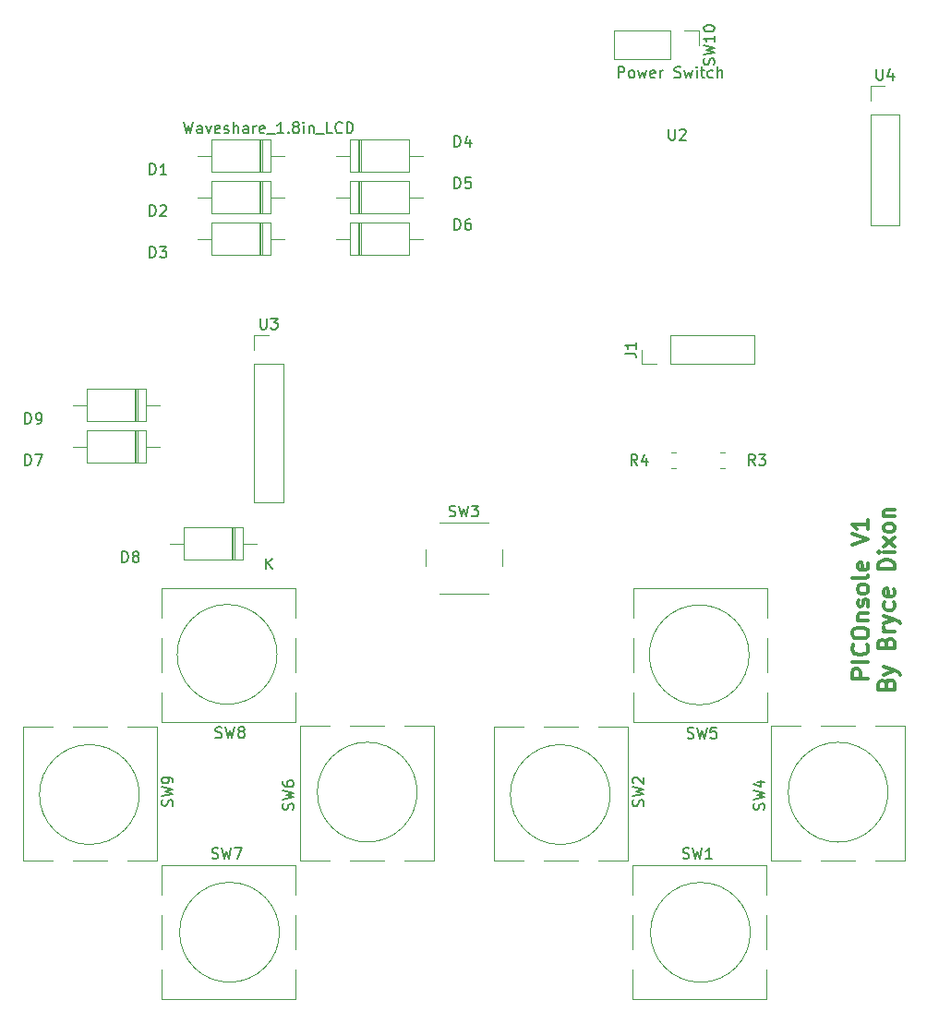
<source format=gbr>
%TF.GenerationSoftware,KiCad,Pcbnew,6.0.2+dfsg-1*%
%TF.CreationDate,2023-03-22T01:16:49-07:00*%
%TF.ProjectId,PICOnsole,5049434f-6e73-46f6-9c65-2e6b69636164,rev?*%
%TF.SameCoordinates,Original*%
%TF.FileFunction,Legend,Top*%
%TF.FilePolarity,Positive*%
%FSLAX46Y46*%
G04 Gerber Fmt 4.6, Leading zero omitted, Abs format (unit mm)*
G04 Created by KiCad (PCBNEW 6.0.2+dfsg-1) date 2023-03-22 01:16:49*
%MOMM*%
%LPD*%
G01*
G04 APERTURE LIST*
%ADD10C,0.300000*%
%ADD11C,0.150000*%
%ADD12C,0.120000*%
G04 APERTURE END LIST*
D10*
X92943071Y-73254285D02*
X91443071Y-73254285D01*
X91443071Y-72682857D01*
X91514500Y-72540000D01*
X91585928Y-72468571D01*
X91728785Y-72397142D01*
X91943071Y-72397142D01*
X92085928Y-72468571D01*
X92157357Y-72540000D01*
X92228785Y-72682857D01*
X92228785Y-73254285D01*
X92943071Y-71754285D02*
X91443071Y-71754285D01*
X92800214Y-70182857D02*
X92871642Y-70254285D01*
X92943071Y-70468571D01*
X92943071Y-70611428D01*
X92871642Y-70825714D01*
X92728785Y-70968571D01*
X92585928Y-71040000D01*
X92300214Y-71111428D01*
X92085928Y-71111428D01*
X91800214Y-71040000D01*
X91657357Y-70968571D01*
X91514500Y-70825714D01*
X91443071Y-70611428D01*
X91443071Y-70468571D01*
X91514500Y-70254285D01*
X91585928Y-70182857D01*
X91443071Y-69254285D02*
X91443071Y-68968571D01*
X91514500Y-68825714D01*
X91657357Y-68682857D01*
X91943071Y-68611428D01*
X92443071Y-68611428D01*
X92728785Y-68682857D01*
X92871642Y-68825714D01*
X92943071Y-68968571D01*
X92943071Y-69254285D01*
X92871642Y-69397142D01*
X92728785Y-69540000D01*
X92443071Y-69611428D01*
X91943071Y-69611428D01*
X91657357Y-69540000D01*
X91514500Y-69397142D01*
X91443071Y-69254285D01*
X91943071Y-67968571D02*
X92943071Y-67968571D01*
X92085928Y-67968571D02*
X92014500Y-67897142D01*
X91943071Y-67754285D01*
X91943071Y-67540000D01*
X92014500Y-67397142D01*
X92157357Y-67325714D01*
X92943071Y-67325714D01*
X92871642Y-66682857D02*
X92943071Y-66540000D01*
X92943071Y-66254285D01*
X92871642Y-66111428D01*
X92728785Y-66040000D01*
X92657357Y-66040000D01*
X92514500Y-66111428D01*
X92443071Y-66254285D01*
X92443071Y-66468571D01*
X92371642Y-66611428D01*
X92228785Y-66682857D01*
X92157357Y-66682857D01*
X92014500Y-66611428D01*
X91943071Y-66468571D01*
X91943071Y-66254285D01*
X92014500Y-66111428D01*
X92943071Y-65182857D02*
X92871642Y-65325714D01*
X92800214Y-65397142D01*
X92657357Y-65468571D01*
X92228785Y-65468571D01*
X92085928Y-65397142D01*
X92014500Y-65325714D01*
X91943071Y-65182857D01*
X91943071Y-64968571D01*
X92014500Y-64825714D01*
X92085928Y-64754285D01*
X92228785Y-64682857D01*
X92657357Y-64682857D01*
X92800214Y-64754285D01*
X92871642Y-64825714D01*
X92943071Y-64968571D01*
X92943071Y-65182857D01*
X92943071Y-63825714D02*
X92871642Y-63968571D01*
X92728785Y-64040000D01*
X91443071Y-64040000D01*
X92871642Y-62682857D02*
X92943071Y-62825714D01*
X92943071Y-63111428D01*
X92871642Y-63254285D01*
X92728785Y-63325714D01*
X92157357Y-63325714D01*
X92014500Y-63254285D01*
X91943071Y-63111428D01*
X91943071Y-62825714D01*
X92014500Y-62682857D01*
X92157357Y-62611428D01*
X92300214Y-62611428D01*
X92443071Y-63325714D01*
X91443071Y-61040000D02*
X92943071Y-60540000D01*
X91443071Y-60040000D01*
X92943071Y-58754285D02*
X92943071Y-59611428D01*
X92943071Y-59182857D02*
X91443071Y-59182857D01*
X91657357Y-59325714D01*
X91800214Y-59468571D01*
X91871642Y-59611428D01*
X94572357Y-73790000D02*
X94643785Y-73575714D01*
X94715214Y-73504285D01*
X94858071Y-73432857D01*
X95072357Y-73432857D01*
X95215214Y-73504285D01*
X95286642Y-73575714D01*
X95358071Y-73718571D01*
X95358071Y-74290000D01*
X93858071Y-74290000D01*
X93858071Y-73790000D01*
X93929500Y-73647142D01*
X94000928Y-73575714D01*
X94143785Y-73504285D01*
X94286642Y-73504285D01*
X94429500Y-73575714D01*
X94500928Y-73647142D01*
X94572357Y-73790000D01*
X94572357Y-74290000D01*
X94358071Y-72932857D02*
X95358071Y-72575714D01*
X94358071Y-72218571D02*
X95358071Y-72575714D01*
X95715214Y-72718571D01*
X95786642Y-72790000D01*
X95858071Y-72932857D01*
X94572357Y-70004285D02*
X94643785Y-69790000D01*
X94715214Y-69718571D01*
X94858071Y-69647142D01*
X95072357Y-69647142D01*
X95215214Y-69718571D01*
X95286642Y-69790000D01*
X95358071Y-69932857D01*
X95358071Y-70504285D01*
X93858071Y-70504285D01*
X93858071Y-70004285D01*
X93929500Y-69861428D01*
X94000928Y-69790000D01*
X94143785Y-69718571D01*
X94286642Y-69718571D01*
X94429500Y-69790000D01*
X94500928Y-69861428D01*
X94572357Y-70004285D01*
X94572357Y-70504285D01*
X95358071Y-69004285D02*
X94358071Y-69004285D01*
X94643785Y-69004285D02*
X94500928Y-68932857D01*
X94429500Y-68861428D01*
X94358071Y-68718571D01*
X94358071Y-68575714D01*
X94358071Y-68218571D02*
X95358071Y-67861428D01*
X94358071Y-67504285D02*
X95358071Y-67861428D01*
X95715214Y-68004285D01*
X95786642Y-68075714D01*
X95858071Y-68218571D01*
X95286642Y-66290000D02*
X95358071Y-66432857D01*
X95358071Y-66718571D01*
X95286642Y-66861428D01*
X95215214Y-66932857D01*
X95072357Y-67004285D01*
X94643785Y-67004285D01*
X94500928Y-66932857D01*
X94429500Y-66861428D01*
X94358071Y-66718571D01*
X94358071Y-66432857D01*
X94429500Y-66290000D01*
X95286642Y-65075714D02*
X95358071Y-65218571D01*
X95358071Y-65504285D01*
X95286642Y-65647142D01*
X95143785Y-65718571D01*
X94572357Y-65718571D01*
X94429500Y-65647142D01*
X94358071Y-65504285D01*
X94358071Y-65218571D01*
X94429500Y-65075714D01*
X94572357Y-65004285D01*
X94715214Y-65004285D01*
X94858071Y-65718571D01*
X95358071Y-63218571D02*
X93858071Y-63218571D01*
X93858071Y-62861428D01*
X93929500Y-62647142D01*
X94072357Y-62504285D01*
X94215214Y-62432857D01*
X94500928Y-62361428D01*
X94715214Y-62361428D01*
X95000928Y-62432857D01*
X95143785Y-62504285D01*
X95286642Y-62647142D01*
X95358071Y-62861428D01*
X95358071Y-63218571D01*
X95358071Y-61718571D02*
X94358071Y-61718571D01*
X93858071Y-61718571D02*
X93929500Y-61790000D01*
X94000928Y-61718571D01*
X93929500Y-61647142D01*
X93858071Y-61718571D01*
X94000928Y-61718571D01*
X95358071Y-61147142D02*
X94358071Y-60361428D01*
X94358071Y-61147142D02*
X95358071Y-60361428D01*
X95358071Y-59575714D02*
X95286642Y-59718571D01*
X95215214Y-59790000D01*
X95072357Y-59861428D01*
X94643785Y-59861428D01*
X94500928Y-59790000D01*
X94429500Y-59718571D01*
X94358071Y-59575714D01*
X94358071Y-59361428D01*
X94429500Y-59218571D01*
X94500928Y-59147142D01*
X94643785Y-59075714D01*
X95072357Y-59075714D01*
X95215214Y-59147142D01*
X95286642Y-59218571D01*
X95358071Y-59361428D01*
X95358071Y-59575714D01*
X94358071Y-58432857D02*
X95358071Y-58432857D01*
X94500928Y-58432857D02*
X94429500Y-58361428D01*
X94358071Y-58218571D01*
X94358071Y-58004285D01*
X94429500Y-57861428D01*
X94572357Y-57790000D01*
X95358071Y-57790000D01*
D11*
%TO.C,*%
%TO.C,SW3*%
X54506666Y-58379761D02*
X54649523Y-58427380D01*
X54887619Y-58427380D01*
X54982857Y-58379761D01*
X55030476Y-58332142D01*
X55078095Y-58236904D01*
X55078095Y-58141666D01*
X55030476Y-58046428D01*
X54982857Y-57998809D01*
X54887619Y-57951190D01*
X54697142Y-57903571D01*
X54601904Y-57855952D01*
X54554285Y-57808333D01*
X54506666Y-57713095D01*
X54506666Y-57617857D01*
X54554285Y-57522619D01*
X54601904Y-57475000D01*
X54697142Y-57427380D01*
X54935238Y-57427380D01*
X55078095Y-57475000D01*
X55411428Y-57427380D02*
X55649523Y-58427380D01*
X55840000Y-57713095D01*
X56030476Y-58427380D01*
X56268571Y-57427380D01*
X56554285Y-57427380D02*
X57173333Y-57427380D01*
X56840000Y-57808333D01*
X56982857Y-57808333D01*
X57078095Y-57855952D01*
X57125714Y-57903571D01*
X57173333Y-57998809D01*
X57173333Y-58236904D01*
X57125714Y-58332142D01*
X57078095Y-58379761D01*
X56982857Y-58427380D01*
X56697142Y-58427380D01*
X56601904Y-58379761D01*
X56554285Y-58332142D01*
%TO.C,D8*%
X24511904Y-62632380D02*
X24511904Y-61632380D01*
X24750000Y-61632380D01*
X24892857Y-61680000D01*
X24988095Y-61775238D01*
X25035714Y-61870476D01*
X25083333Y-62060952D01*
X25083333Y-62203809D01*
X25035714Y-62394285D01*
X24988095Y-62489523D01*
X24892857Y-62584761D01*
X24750000Y-62632380D01*
X24511904Y-62632380D01*
X25654761Y-62060952D02*
X25559523Y-62013333D01*
X25511904Y-61965714D01*
X25464285Y-61870476D01*
X25464285Y-61822857D01*
X25511904Y-61727619D01*
X25559523Y-61680000D01*
X25654761Y-61632380D01*
X25845238Y-61632380D01*
X25940476Y-61680000D01*
X25988095Y-61727619D01*
X26035714Y-61822857D01*
X26035714Y-61870476D01*
X25988095Y-61965714D01*
X25940476Y-62013333D01*
X25845238Y-62060952D01*
X25654761Y-62060952D01*
X25559523Y-62108571D01*
X25511904Y-62156190D01*
X25464285Y-62251428D01*
X25464285Y-62441904D01*
X25511904Y-62537142D01*
X25559523Y-62584761D01*
X25654761Y-62632380D01*
X25845238Y-62632380D01*
X25940476Y-62584761D01*
X25988095Y-62537142D01*
X26035714Y-62441904D01*
X26035714Y-62251428D01*
X25988095Y-62156190D01*
X25940476Y-62108571D01*
X25845238Y-62060952D01*
X37688095Y-63262380D02*
X37688095Y-62262380D01*
X38259523Y-63262380D02*
X37830952Y-62690952D01*
X38259523Y-62262380D02*
X37688095Y-62833809D01*
%TO.C,D2*%
X27051904Y-30882380D02*
X27051904Y-29882380D01*
X27290000Y-29882380D01*
X27432857Y-29930000D01*
X27528095Y-30025238D01*
X27575714Y-30120476D01*
X27623333Y-30310952D01*
X27623333Y-30453809D01*
X27575714Y-30644285D01*
X27528095Y-30739523D01*
X27432857Y-30834761D01*
X27290000Y-30882380D01*
X27051904Y-30882380D01*
X28004285Y-29977619D02*
X28051904Y-29930000D01*
X28147142Y-29882380D01*
X28385238Y-29882380D01*
X28480476Y-29930000D01*
X28528095Y-29977619D01*
X28575714Y-30072857D01*
X28575714Y-30168095D01*
X28528095Y-30310952D01*
X27956666Y-30882380D01*
X28575714Y-30882380D01*
%TO.C,SW4*%
X83374761Y-85308333D02*
X83422380Y-85165476D01*
X83422380Y-84927380D01*
X83374761Y-84832142D01*
X83327142Y-84784523D01*
X83231904Y-84736904D01*
X83136666Y-84736904D01*
X83041428Y-84784523D01*
X82993809Y-84832142D01*
X82946190Y-84927380D01*
X82898571Y-85117857D01*
X82850952Y-85213095D01*
X82803333Y-85260714D01*
X82708095Y-85308333D01*
X82612857Y-85308333D01*
X82517619Y-85260714D01*
X82470000Y-85213095D01*
X82422380Y-85117857D01*
X82422380Y-84879761D01*
X82470000Y-84736904D01*
X82422380Y-84403571D02*
X83422380Y-84165476D01*
X82708095Y-83975000D01*
X83422380Y-83784523D01*
X82422380Y-83546428D01*
X82755714Y-82736904D02*
X83422380Y-82736904D01*
X82374761Y-82975000D02*
X83089047Y-83213095D01*
X83089047Y-82594047D01*
%TO.C,D3*%
X27051904Y-34692380D02*
X27051904Y-33692380D01*
X27290000Y-33692380D01*
X27432857Y-33740000D01*
X27528095Y-33835238D01*
X27575714Y-33930476D01*
X27623333Y-34120952D01*
X27623333Y-34263809D01*
X27575714Y-34454285D01*
X27528095Y-34549523D01*
X27432857Y-34644761D01*
X27290000Y-34692380D01*
X27051904Y-34692380D01*
X27956666Y-33692380D02*
X28575714Y-33692380D01*
X28242380Y-34073333D01*
X28385238Y-34073333D01*
X28480476Y-34120952D01*
X28528095Y-34168571D01*
X28575714Y-34263809D01*
X28575714Y-34501904D01*
X28528095Y-34597142D01*
X28480476Y-34644761D01*
X28385238Y-34692380D01*
X28099523Y-34692380D01*
X28004285Y-34644761D01*
X27956666Y-34597142D01*
%TO.C,D1*%
X27051904Y-27072380D02*
X27051904Y-26072380D01*
X27290000Y-26072380D01*
X27432857Y-26120000D01*
X27528095Y-26215238D01*
X27575714Y-26310476D01*
X27623333Y-26500952D01*
X27623333Y-26643809D01*
X27575714Y-26834285D01*
X27528095Y-26929523D01*
X27432857Y-27024761D01*
X27290000Y-27072380D01*
X27051904Y-27072380D01*
X28575714Y-27072380D02*
X28004285Y-27072380D01*
X28290000Y-27072380D02*
X28290000Y-26072380D01*
X28194761Y-26215238D01*
X28099523Y-26310476D01*
X28004285Y-26358095D01*
%TO.C,SW9*%
X29114761Y-84983333D02*
X29162380Y-84840476D01*
X29162380Y-84602380D01*
X29114761Y-84507142D01*
X29067142Y-84459523D01*
X28971904Y-84411904D01*
X28876666Y-84411904D01*
X28781428Y-84459523D01*
X28733809Y-84507142D01*
X28686190Y-84602380D01*
X28638571Y-84792857D01*
X28590952Y-84888095D01*
X28543333Y-84935714D01*
X28448095Y-84983333D01*
X28352857Y-84983333D01*
X28257619Y-84935714D01*
X28210000Y-84888095D01*
X28162380Y-84792857D01*
X28162380Y-84554761D01*
X28210000Y-84411904D01*
X28162380Y-84078571D02*
X29162380Y-83840476D01*
X28448095Y-83650000D01*
X29162380Y-83459523D01*
X28162380Y-83221428D01*
X29162380Y-82792857D02*
X29162380Y-82602380D01*
X29114761Y-82507142D01*
X29067142Y-82459523D01*
X28924285Y-82364285D01*
X28733809Y-82316666D01*
X28352857Y-82316666D01*
X28257619Y-82364285D01*
X28210000Y-82411904D01*
X28162380Y-82507142D01*
X28162380Y-82697619D01*
X28210000Y-82792857D01*
X28257619Y-82840476D01*
X28352857Y-82888095D01*
X28590952Y-82888095D01*
X28686190Y-82840476D01*
X28733809Y-82792857D01*
X28781428Y-82697619D01*
X28781428Y-82507142D01*
X28733809Y-82411904D01*
X28686190Y-82364285D01*
X28590952Y-82316666D01*
%TO.C,D7*%
X15621904Y-53742380D02*
X15621904Y-52742380D01*
X15860000Y-52742380D01*
X16002857Y-52790000D01*
X16098095Y-52885238D01*
X16145714Y-52980476D01*
X16193333Y-53170952D01*
X16193333Y-53313809D01*
X16145714Y-53504285D01*
X16098095Y-53599523D01*
X16002857Y-53694761D01*
X15860000Y-53742380D01*
X15621904Y-53742380D01*
X16526666Y-52742380D02*
X17193333Y-52742380D01*
X16764761Y-53742380D01*
%TO.C,D9*%
X15621904Y-49932380D02*
X15621904Y-48932380D01*
X15860000Y-48932380D01*
X16002857Y-48980000D01*
X16098095Y-49075238D01*
X16145714Y-49170476D01*
X16193333Y-49360952D01*
X16193333Y-49503809D01*
X16145714Y-49694285D01*
X16098095Y-49789523D01*
X16002857Y-49884761D01*
X15860000Y-49932380D01*
X15621904Y-49932380D01*
X16669523Y-49932380D02*
X16860000Y-49932380D01*
X16955238Y-49884761D01*
X17002857Y-49837142D01*
X17098095Y-49694285D01*
X17145714Y-49503809D01*
X17145714Y-49122857D01*
X17098095Y-49027619D01*
X17050476Y-48980000D01*
X16955238Y-48932380D01*
X16764761Y-48932380D01*
X16669523Y-48980000D01*
X16621904Y-49027619D01*
X16574285Y-49122857D01*
X16574285Y-49360952D01*
X16621904Y-49456190D01*
X16669523Y-49503809D01*
X16764761Y-49551428D01*
X16955238Y-49551428D01*
X17050476Y-49503809D01*
X17098095Y-49456190D01*
X17145714Y-49360952D01*
%TO.C,SW8*%
X33076666Y-78674761D02*
X33219523Y-78722380D01*
X33457619Y-78722380D01*
X33552857Y-78674761D01*
X33600476Y-78627142D01*
X33648095Y-78531904D01*
X33648095Y-78436666D01*
X33600476Y-78341428D01*
X33552857Y-78293809D01*
X33457619Y-78246190D01*
X33267142Y-78198571D01*
X33171904Y-78150952D01*
X33124285Y-78103333D01*
X33076666Y-78008095D01*
X33076666Y-77912857D01*
X33124285Y-77817619D01*
X33171904Y-77770000D01*
X33267142Y-77722380D01*
X33505238Y-77722380D01*
X33648095Y-77770000D01*
X33981428Y-77722380D02*
X34219523Y-78722380D01*
X34410000Y-78008095D01*
X34600476Y-78722380D01*
X34838571Y-77722380D01*
X35362380Y-78150952D02*
X35267142Y-78103333D01*
X35219523Y-78055714D01*
X35171904Y-77960476D01*
X35171904Y-77912857D01*
X35219523Y-77817619D01*
X35267142Y-77770000D01*
X35362380Y-77722380D01*
X35552857Y-77722380D01*
X35648095Y-77770000D01*
X35695714Y-77817619D01*
X35743333Y-77912857D01*
X35743333Y-77960476D01*
X35695714Y-78055714D01*
X35648095Y-78103333D01*
X35552857Y-78150952D01*
X35362380Y-78150952D01*
X35267142Y-78198571D01*
X35219523Y-78246190D01*
X35171904Y-78341428D01*
X35171904Y-78531904D01*
X35219523Y-78627142D01*
X35267142Y-78674761D01*
X35362380Y-78722380D01*
X35552857Y-78722380D01*
X35648095Y-78674761D01*
X35695714Y-78627142D01*
X35743333Y-78531904D01*
X35743333Y-78341428D01*
X35695714Y-78246190D01*
X35648095Y-78198571D01*
X35552857Y-78150952D01*
%TO.C,SW2*%
X72294761Y-84988333D02*
X72342380Y-84845476D01*
X72342380Y-84607380D01*
X72294761Y-84512142D01*
X72247142Y-84464523D01*
X72151904Y-84416904D01*
X72056666Y-84416904D01*
X71961428Y-84464523D01*
X71913809Y-84512142D01*
X71866190Y-84607380D01*
X71818571Y-84797857D01*
X71770952Y-84893095D01*
X71723333Y-84940714D01*
X71628095Y-84988333D01*
X71532857Y-84988333D01*
X71437619Y-84940714D01*
X71390000Y-84893095D01*
X71342380Y-84797857D01*
X71342380Y-84559761D01*
X71390000Y-84416904D01*
X71342380Y-84083571D02*
X72342380Y-83845476D01*
X71628095Y-83655000D01*
X72342380Y-83464523D01*
X71342380Y-83226428D01*
X71437619Y-82893095D02*
X71390000Y-82845476D01*
X71342380Y-82750238D01*
X71342380Y-82512142D01*
X71390000Y-82416904D01*
X71437619Y-82369285D01*
X71532857Y-82321666D01*
X71628095Y-82321666D01*
X71770952Y-82369285D01*
X72342380Y-82940714D01*
X72342380Y-82321666D01*
%TO.C,R4*%
X71758333Y-53742380D02*
X71425000Y-53266190D01*
X71186904Y-53742380D02*
X71186904Y-52742380D01*
X71567857Y-52742380D01*
X71663095Y-52790000D01*
X71710714Y-52837619D01*
X71758333Y-52932857D01*
X71758333Y-53075714D01*
X71710714Y-53170952D01*
X71663095Y-53218571D01*
X71567857Y-53266190D01*
X71186904Y-53266190D01*
X72615476Y-53075714D02*
X72615476Y-53742380D01*
X72377380Y-52694761D02*
X72139285Y-53409047D01*
X72758333Y-53409047D01*
%TO.C,D5*%
X54991904Y-28342380D02*
X54991904Y-27342380D01*
X55230000Y-27342380D01*
X55372857Y-27390000D01*
X55468095Y-27485238D01*
X55515714Y-27580476D01*
X55563333Y-27770952D01*
X55563333Y-27913809D01*
X55515714Y-28104285D01*
X55468095Y-28199523D01*
X55372857Y-28294761D01*
X55230000Y-28342380D01*
X54991904Y-28342380D01*
X56468095Y-27342380D02*
X55991904Y-27342380D01*
X55944285Y-27818571D01*
X55991904Y-27770952D01*
X56087142Y-27723333D01*
X56325238Y-27723333D01*
X56420476Y-27770952D01*
X56468095Y-27818571D01*
X56515714Y-27913809D01*
X56515714Y-28151904D01*
X56468095Y-28247142D01*
X56420476Y-28294761D01*
X56325238Y-28342380D01*
X56087142Y-28342380D01*
X55991904Y-28294761D01*
X55944285Y-28247142D01*
%TO.C,U4*%
X93703095Y-17397380D02*
X93703095Y-18206904D01*
X93750714Y-18302142D01*
X93798333Y-18349761D01*
X93893571Y-18397380D01*
X94084047Y-18397380D01*
X94179285Y-18349761D01*
X94226904Y-18302142D01*
X94274523Y-18206904D01*
X94274523Y-17397380D01*
X95179285Y-17730714D02*
X95179285Y-18397380D01*
X94941190Y-17349761D02*
X94703095Y-18064047D01*
X95322142Y-18064047D01*
%TO.C,J1*%
X70632380Y-43463333D02*
X71346666Y-43463333D01*
X71489523Y-43510952D01*
X71584761Y-43606190D01*
X71632380Y-43749047D01*
X71632380Y-43844285D01*
X71632380Y-42463333D02*
X71632380Y-43034761D01*
X71632380Y-42749047D02*
X70632380Y-42749047D01*
X70775238Y-42844285D01*
X70870476Y-42939523D01*
X70918095Y-43034761D01*
%TO.C,SW1*%
X75936666Y-89759761D02*
X76079523Y-89807380D01*
X76317619Y-89807380D01*
X76412857Y-89759761D01*
X76460476Y-89712142D01*
X76508095Y-89616904D01*
X76508095Y-89521666D01*
X76460476Y-89426428D01*
X76412857Y-89378809D01*
X76317619Y-89331190D01*
X76127142Y-89283571D01*
X76031904Y-89235952D01*
X75984285Y-89188333D01*
X75936666Y-89093095D01*
X75936666Y-88997857D01*
X75984285Y-88902619D01*
X76031904Y-88855000D01*
X76127142Y-88807380D01*
X76365238Y-88807380D01*
X76508095Y-88855000D01*
X76841428Y-88807380D02*
X77079523Y-89807380D01*
X77270000Y-89093095D01*
X77460476Y-89807380D01*
X77698571Y-88807380D01*
X78603333Y-89807380D02*
X78031904Y-89807380D01*
X78317619Y-89807380D02*
X78317619Y-88807380D01*
X78222380Y-88950238D01*
X78127142Y-89045476D01*
X78031904Y-89093095D01*
%TO.C,SW7*%
X32756666Y-89754761D02*
X32899523Y-89802380D01*
X33137619Y-89802380D01*
X33232857Y-89754761D01*
X33280476Y-89707142D01*
X33328095Y-89611904D01*
X33328095Y-89516666D01*
X33280476Y-89421428D01*
X33232857Y-89373809D01*
X33137619Y-89326190D01*
X32947142Y-89278571D01*
X32851904Y-89230952D01*
X32804285Y-89183333D01*
X32756666Y-89088095D01*
X32756666Y-88992857D01*
X32804285Y-88897619D01*
X32851904Y-88850000D01*
X32947142Y-88802380D01*
X33185238Y-88802380D01*
X33328095Y-88850000D01*
X33661428Y-88802380D02*
X33899523Y-89802380D01*
X34090000Y-89088095D01*
X34280476Y-89802380D01*
X34518571Y-88802380D01*
X34804285Y-88802380D02*
X35470952Y-88802380D01*
X35042380Y-89802380D01*
%TO.C,R3*%
X82548333Y-53742380D02*
X82215000Y-53266190D01*
X81976904Y-53742380D02*
X81976904Y-52742380D01*
X82357857Y-52742380D01*
X82453095Y-52790000D01*
X82500714Y-52837619D01*
X82548333Y-52932857D01*
X82548333Y-53075714D01*
X82500714Y-53170952D01*
X82453095Y-53218571D01*
X82357857Y-53266190D01*
X81976904Y-53266190D01*
X82881666Y-52742380D02*
X83500714Y-52742380D01*
X83167380Y-53123333D01*
X83310238Y-53123333D01*
X83405476Y-53170952D01*
X83453095Y-53218571D01*
X83500714Y-53313809D01*
X83500714Y-53551904D01*
X83453095Y-53647142D01*
X83405476Y-53694761D01*
X83310238Y-53742380D01*
X83024523Y-53742380D01*
X82929285Y-53694761D01*
X82881666Y-53647142D01*
%TO.C,U3*%
X37188095Y-40252380D02*
X37188095Y-41061904D01*
X37235714Y-41157142D01*
X37283333Y-41204761D01*
X37378571Y-41252380D01*
X37569047Y-41252380D01*
X37664285Y-41204761D01*
X37711904Y-41157142D01*
X37759523Y-41061904D01*
X37759523Y-40252380D01*
X38140476Y-40252380D02*
X38759523Y-40252380D01*
X38426190Y-40633333D01*
X38569047Y-40633333D01*
X38664285Y-40680952D01*
X38711904Y-40728571D01*
X38759523Y-40823809D01*
X38759523Y-41061904D01*
X38711904Y-41157142D01*
X38664285Y-41204761D01*
X38569047Y-41252380D01*
X38283333Y-41252380D01*
X38188095Y-41204761D01*
X38140476Y-41157142D01*
%TO.C,SW6*%
X40194761Y-85303333D02*
X40242380Y-85160476D01*
X40242380Y-84922380D01*
X40194761Y-84827142D01*
X40147142Y-84779523D01*
X40051904Y-84731904D01*
X39956666Y-84731904D01*
X39861428Y-84779523D01*
X39813809Y-84827142D01*
X39766190Y-84922380D01*
X39718571Y-85112857D01*
X39670952Y-85208095D01*
X39623333Y-85255714D01*
X39528095Y-85303333D01*
X39432857Y-85303333D01*
X39337619Y-85255714D01*
X39290000Y-85208095D01*
X39242380Y-85112857D01*
X39242380Y-84874761D01*
X39290000Y-84731904D01*
X39242380Y-84398571D02*
X40242380Y-84160476D01*
X39528095Y-83970000D01*
X40242380Y-83779523D01*
X39242380Y-83541428D01*
X39242380Y-82731904D02*
X39242380Y-82922380D01*
X39290000Y-83017619D01*
X39337619Y-83065238D01*
X39480476Y-83160476D01*
X39670952Y-83208095D01*
X40051904Y-83208095D01*
X40147142Y-83160476D01*
X40194761Y-83112857D01*
X40242380Y-83017619D01*
X40242380Y-82827142D01*
X40194761Y-82731904D01*
X40147142Y-82684285D01*
X40051904Y-82636666D01*
X39813809Y-82636666D01*
X39718571Y-82684285D01*
X39670952Y-82731904D01*
X39623333Y-82827142D01*
X39623333Y-83017619D01*
X39670952Y-83112857D01*
X39718571Y-83160476D01*
X39813809Y-83208095D01*
%TO.C,SW5*%
X76366666Y-78719761D02*
X76509523Y-78767380D01*
X76747619Y-78767380D01*
X76842857Y-78719761D01*
X76890476Y-78672142D01*
X76938095Y-78576904D01*
X76938095Y-78481666D01*
X76890476Y-78386428D01*
X76842857Y-78338809D01*
X76747619Y-78291190D01*
X76557142Y-78243571D01*
X76461904Y-78195952D01*
X76414285Y-78148333D01*
X76366666Y-78053095D01*
X76366666Y-77957857D01*
X76414285Y-77862619D01*
X76461904Y-77815000D01*
X76557142Y-77767380D01*
X76795238Y-77767380D01*
X76938095Y-77815000D01*
X77271428Y-77767380D02*
X77509523Y-78767380D01*
X77700000Y-78053095D01*
X77890476Y-78767380D01*
X78128571Y-77767380D01*
X78985714Y-77767380D02*
X78509523Y-77767380D01*
X78461904Y-78243571D01*
X78509523Y-78195952D01*
X78604761Y-78148333D01*
X78842857Y-78148333D01*
X78938095Y-78195952D01*
X78985714Y-78243571D01*
X79033333Y-78338809D01*
X79033333Y-78576904D01*
X78985714Y-78672142D01*
X78938095Y-78719761D01*
X78842857Y-78767380D01*
X78604761Y-78767380D01*
X78509523Y-78719761D01*
X78461904Y-78672142D01*
%TO.C,D6*%
X54991904Y-32152380D02*
X54991904Y-31152380D01*
X55230000Y-31152380D01*
X55372857Y-31200000D01*
X55468095Y-31295238D01*
X55515714Y-31390476D01*
X55563333Y-31580952D01*
X55563333Y-31723809D01*
X55515714Y-31914285D01*
X55468095Y-32009523D01*
X55372857Y-32104761D01*
X55230000Y-32152380D01*
X54991904Y-32152380D01*
X56420476Y-31152380D02*
X56230000Y-31152380D01*
X56134761Y-31200000D01*
X56087142Y-31247619D01*
X55991904Y-31390476D01*
X55944285Y-31580952D01*
X55944285Y-31961904D01*
X55991904Y-32057142D01*
X56039523Y-32104761D01*
X56134761Y-32152380D01*
X56325238Y-32152380D01*
X56420476Y-32104761D01*
X56468095Y-32057142D01*
X56515714Y-31961904D01*
X56515714Y-31723809D01*
X56468095Y-31628571D01*
X56420476Y-31580952D01*
X56325238Y-31533333D01*
X56134761Y-31533333D01*
X56039523Y-31580952D01*
X55991904Y-31628571D01*
X55944285Y-31723809D01*
%TO.C,D4*%
X54991904Y-24532380D02*
X54991904Y-23532380D01*
X55230000Y-23532380D01*
X55372857Y-23580000D01*
X55468095Y-23675238D01*
X55515714Y-23770476D01*
X55563333Y-23960952D01*
X55563333Y-24103809D01*
X55515714Y-24294285D01*
X55468095Y-24389523D01*
X55372857Y-24484761D01*
X55230000Y-24532380D01*
X54991904Y-24532380D01*
X56420476Y-23865714D02*
X56420476Y-24532380D01*
X56182380Y-23484761D02*
X55944285Y-24199047D01*
X56563333Y-24199047D01*
%TO.C,SW10*%
X78784761Y-17004523D02*
X78832380Y-16861666D01*
X78832380Y-16623571D01*
X78784761Y-16528333D01*
X78737142Y-16480714D01*
X78641904Y-16433095D01*
X78546666Y-16433095D01*
X78451428Y-16480714D01*
X78403809Y-16528333D01*
X78356190Y-16623571D01*
X78308571Y-16814047D01*
X78260952Y-16909285D01*
X78213333Y-16956904D01*
X78118095Y-17004523D01*
X78022857Y-17004523D01*
X77927619Y-16956904D01*
X77880000Y-16909285D01*
X77832380Y-16814047D01*
X77832380Y-16575952D01*
X77880000Y-16433095D01*
X77832380Y-16099761D02*
X78832380Y-15861666D01*
X78118095Y-15671190D01*
X78832380Y-15480714D01*
X77832380Y-15242619D01*
X78832380Y-14337857D02*
X78832380Y-14909285D01*
X78832380Y-14623571D02*
X77832380Y-14623571D01*
X77975238Y-14718809D01*
X78070476Y-14814047D01*
X78118095Y-14909285D01*
X77832380Y-13718809D02*
X77832380Y-13623571D01*
X77880000Y-13528333D01*
X77927619Y-13480714D01*
X78022857Y-13433095D01*
X78213333Y-13385476D01*
X78451428Y-13385476D01*
X78641904Y-13433095D01*
X78737142Y-13480714D01*
X78784761Y-13528333D01*
X78832380Y-13623571D01*
X78832380Y-13718809D01*
X78784761Y-13814047D01*
X78737142Y-13861666D01*
X78641904Y-13909285D01*
X78451428Y-13956904D01*
X78213333Y-13956904D01*
X78022857Y-13909285D01*
X77927619Y-13861666D01*
X77880000Y-13814047D01*
X77832380Y-13718809D01*
X70018095Y-18187380D02*
X70018095Y-17187380D01*
X70399047Y-17187380D01*
X70494285Y-17235000D01*
X70541904Y-17282619D01*
X70589523Y-17377857D01*
X70589523Y-17520714D01*
X70541904Y-17615952D01*
X70494285Y-17663571D01*
X70399047Y-17711190D01*
X70018095Y-17711190D01*
X71160952Y-18187380D02*
X71065714Y-18139761D01*
X71018095Y-18092142D01*
X70970476Y-17996904D01*
X70970476Y-17711190D01*
X71018095Y-17615952D01*
X71065714Y-17568333D01*
X71160952Y-17520714D01*
X71303809Y-17520714D01*
X71399047Y-17568333D01*
X71446666Y-17615952D01*
X71494285Y-17711190D01*
X71494285Y-17996904D01*
X71446666Y-18092142D01*
X71399047Y-18139761D01*
X71303809Y-18187380D01*
X71160952Y-18187380D01*
X71827619Y-17520714D02*
X72018095Y-18187380D01*
X72208571Y-17711190D01*
X72399047Y-18187380D01*
X72589523Y-17520714D01*
X73351428Y-18139761D02*
X73256190Y-18187380D01*
X73065714Y-18187380D01*
X72970476Y-18139761D01*
X72922857Y-18044523D01*
X72922857Y-17663571D01*
X72970476Y-17568333D01*
X73065714Y-17520714D01*
X73256190Y-17520714D01*
X73351428Y-17568333D01*
X73399047Y-17663571D01*
X73399047Y-17758809D01*
X72922857Y-17854047D01*
X73827619Y-18187380D02*
X73827619Y-17520714D01*
X73827619Y-17711190D02*
X73875238Y-17615952D01*
X73922857Y-17568333D01*
X74018095Y-17520714D01*
X74113333Y-17520714D01*
X75160952Y-18139761D02*
X75303809Y-18187380D01*
X75541904Y-18187380D01*
X75637142Y-18139761D01*
X75684761Y-18092142D01*
X75732380Y-17996904D01*
X75732380Y-17901666D01*
X75684761Y-17806428D01*
X75637142Y-17758809D01*
X75541904Y-17711190D01*
X75351428Y-17663571D01*
X75256190Y-17615952D01*
X75208571Y-17568333D01*
X75160952Y-17473095D01*
X75160952Y-17377857D01*
X75208571Y-17282619D01*
X75256190Y-17235000D01*
X75351428Y-17187380D01*
X75589523Y-17187380D01*
X75732380Y-17235000D01*
X76065714Y-17520714D02*
X76256190Y-18187380D01*
X76446666Y-17711190D01*
X76637142Y-18187380D01*
X76827619Y-17520714D01*
X77208571Y-18187380D02*
X77208571Y-17520714D01*
X77208571Y-17187380D02*
X77160952Y-17235000D01*
X77208571Y-17282619D01*
X77256190Y-17235000D01*
X77208571Y-17187380D01*
X77208571Y-17282619D01*
X77541904Y-17520714D02*
X77922857Y-17520714D01*
X77684761Y-17187380D02*
X77684761Y-18044523D01*
X77732380Y-18139761D01*
X77827619Y-18187380D01*
X77922857Y-18187380D01*
X78684761Y-18139761D02*
X78589523Y-18187380D01*
X78399047Y-18187380D01*
X78303809Y-18139761D01*
X78256190Y-18092142D01*
X78208571Y-17996904D01*
X78208571Y-17711190D01*
X78256190Y-17615952D01*
X78303809Y-17568333D01*
X78399047Y-17520714D01*
X78589523Y-17520714D01*
X78684761Y-17568333D01*
X79113333Y-18187380D02*
X79113333Y-17187380D01*
X79541904Y-18187380D02*
X79541904Y-17663571D01*
X79494285Y-17568333D01*
X79399047Y-17520714D01*
X79256190Y-17520714D01*
X79160952Y-17568333D01*
X79113333Y-17615952D01*
%TO.C,U2*%
X74653095Y-22897380D02*
X74653095Y-23706904D01*
X74700714Y-23802142D01*
X74748333Y-23849761D01*
X74843571Y-23897380D01*
X75034047Y-23897380D01*
X75129285Y-23849761D01*
X75176904Y-23802142D01*
X75224523Y-23706904D01*
X75224523Y-22897380D01*
X75653095Y-22992619D02*
X75700714Y-22945000D01*
X75795952Y-22897380D01*
X76034047Y-22897380D01*
X76129285Y-22945000D01*
X76176904Y-22992619D01*
X76224523Y-23087857D01*
X76224523Y-23183095D01*
X76176904Y-23325952D01*
X75605476Y-23897380D01*
X76224523Y-23897380D01*
X30164285Y-22267380D02*
X30402380Y-23267380D01*
X30592857Y-22553095D01*
X30783333Y-23267380D01*
X31021428Y-22267380D01*
X31830952Y-23267380D02*
X31830952Y-22743571D01*
X31783333Y-22648333D01*
X31688095Y-22600714D01*
X31497619Y-22600714D01*
X31402380Y-22648333D01*
X31830952Y-23219761D02*
X31735714Y-23267380D01*
X31497619Y-23267380D01*
X31402380Y-23219761D01*
X31354761Y-23124523D01*
X31354761Y-23029285D01*
X31402380Y-22934047D01*
X31497619Y-22886428D01*
X31735714Y-22886428D01*
X31830952Y-22838809D01*
X32211904Y-22600714D02*
X32450000Y-23267380D01*
X32688095Y-22600714D01*
X33450000Y-23219761D02*
X33354761Y-23267380D01*
X33164285Y-23267380D01*
X33069047Y-23219761D01*
X33021428Y-23124523D01*
X33021428Y-22743571D01*
X33069047Y-22648333D01*
X33164285Y-22600714D01*
X33354761Y-22600714D01*
X33450000Y-22648333D01*
X33497619Y-22743571D01*
X33497619Y-22838809D01*
X33021428Y-22934047D01*
X33878571Y-23219761D02*
X33973809Y-23267380D01*
X34164285Y-23267380D01*
X34259523Y-23219761D01*
X34307142Y-23124523D01*
X34307142Y-23076904D01*
X34259523Y-22981666D01*
X34164285Y-22934047D01*
X34021428Y-22934047D01*
X33926190Y-22886428D01*
X33878571Y-22791190D01*
X33878571Y-22743571D01*
X33926190Y-22648333D01*
X34021428Y-22600714D01*
X34164285Y-22600714D01*
X34259523Y-22648333D01*
X34735714Y-23267380D02*
X34735714Y-22267380D01*
X35164285Y-23267380D02*
X35164285Y-22743571D01*
X35116666Y-22648333D01*
X35021428Y-22600714D01*
X34878571Y-22600714D01*
X34783333Y-22648333D01*
X34735714Y-22695952D01*
X36069047Y-23267380D02*
X36069047Y-22743571D01*
X36021428Y-22648333D01*
X35926190Y-22600714D01*
X35735714Y-22600714D01*
X35640476Y-22648333D01*
X36069047Y-23219761D02*
X35973809Y-23267380D01*
X35735714Y-23267380D01*
X35640476Y-23219761D01*
X35592857Y-23124523D01*
X35592857Y-23029285D01*
X35640476Y-22934047D01*
X35735714Y-22886428D01*
X35973809Y-22886428D01*
X36069047Y-22838809D01*
X36545238Y-23267380D02*
X36545238Y-22600714D01*
X36545238Y-22791190D02*
X36592857Y-22695952D01*
X36640476Y-22648333D01*
X36735714Y-22600714D01*
X36830952Y-22600714D01*
X37545238Y-23219761D02*
X37450000Y-23267380D01*
X37259523Y-23267380D01*
X37164285Y-23219761D01*
X37116666Y-23124523D01*
X37116666Y-22743571D01*
X37164285Y-22648333D01*
X37259523Y-22600714D01*
X37450000Y-22600714D01*
X37545238Y-22648333D01*
X37592857Y-22743571D01*
X37592857Y-22838809D01*
X37116666Y-22934047D01*
X37783333Y-23362619D02*
X38545238Y-23362619D01*
X39307142Y-23267380D02*
X38735714Y-23267380D01*
X39021428Y-23267380D02*
X39021428Y-22267380D01*
X38926190Y-22410238D01*
X38830952Y-22505476D01*
X38735714Y-22553095D01*
X39735714Y-23172142D02*
X39783333Y-23219761D01*
X39735714Y-23267380D01*
X39688095Y-23219761D01*
X39735714Y-23172142D01*
X39735714Y-23267380D01*
X40354761Y-22695952D02*
X40259523Y-22648333D01*
X40211904Y-22600714D01*
X40164285Y-22505476D01*
X40164285Y-22457857D01*
X40211904Y-22362619D01*
X40259523Y-22315000D01*
X40354761Y-22267380D01*
X40545238Y-22267380D01*
X40640476Y-22315000D01*
X40688095Y-22362619D01*
X40735714Y-22457857D01*
X40735714Y-22505476D01*
X40688095Y-22600714D01*
X40640476Y-22648333D01*
X40545238Y-22695952D01*
X40354761Y-22695952D01*
X40259523Y-22743571D01*
X40211904Y-22791190D01*
X40164285Y-22886428D01*
X40164285Y-23076904D01*
X40211904Y-23172142D01*
X40259523Y-23219761D01*
X40354761Y-23267380D01*
X40545238Y-23267380D01*
X40640476Y-23219761D01*
X40688095Y-23172142D01*
X40735714Y-23076904D01*
X40735714Y-22886428D01*
X40688095Y-22791190D01*
X40640476Y-22743571D01*
X40545238Y-22695952D01*
X41164285Y-23267380D02*
X41164285Y-22600714D01*
X41164285Y-22267380D02*
X41116666Y-22315000D01*
X41164285Y-22362619D01*
X41211904Y-22315000D01*
X41164285Y-22267380D01*
X41164285Y-22362619D01*
X41640476Y-22600714D02*
X41640476Y-23267380D01*
X41640476Y-22695952D02*
X41688095Y-22648333D01*
X41783333Y-22600714D01*
X41926190Y-22600714D01*
X42021428Y-22648333D01*
X42069047Y-22743571D01*
X42069047Y-23267380D01*
X42307142Y-23362619D02*
X43069047Y-23362619D01*
X43783333Y-23267380D02*
X43307142Y-23267380D01*
X43307142Y-22267380D01*
X44688095Y-23172142D02*
X44640476Y-23219761D01*
X44497619Y-23267380D01*
X44402380Y-23267380D01*
X44259523Y-23219761D01*
X44164285Y-23124523D01*
X44116666Y-23029285D01*
X44069047Y-22838809D01*
X44069047Y-22695952D01*
X44116666Y-22505476D01*
X44164285Y-22410238D01*
X44259523Y-22315000D01*
X44402380Y-22267380D01*
X44497619Y-22267380D01*
X44640476Y-22315000D01*
X44688095Y-22362619D01*
X45116666Y-23267380D02*
X45116666Y-22267380D01*
X45354761Y-22267380D01*
X45497619Y-22315000D01*
X45592857Y-22410238D01*
X45640476Y-22505476D01*
X45688095Y-22695952D01*
X45688095Y-22838809D01*
X45640476Y-23029285D01*
X45592857Y-23124523D01*
X45497619Y-23219761D01*
X45354761Y-23267380D01*
X45116666Y-23267380D01*
D12*
%TO.C,SW3*%
X53590000Y-65475000D02*
X58090000Y-65475000D01*
X52340000Y-61475000D02*
X52340000Y-62975000D01*
X59340000Y-62975000D02*
X59340000Y-61475000D01*
X58090000Y-58975000D02*
X53590000Y-58975000D01*
%TO.C,D8*%
X36810000Y-60910000D02*
X35590000Y-60910000D01*
X30150000Y-59440000D02*
X30150000Y-62380000D01*
X34690000Y-62380000D02*
X34690000Y-59440000D01*
X34810000Y-62380000D02*
X34810000Y-59440000D01*
X35590000Y-59440000D02*
X30150000Y-59440000D01*
X30150000Y-62380000D02*
X35590000Y-62380000D01*
X35590000Y-62380000D02*
X35590000Y-59440000D01*
X28930000Y-60910000D02*
X30150000Y-60910000D01*
X34570000Y-62380000D02*
X34570000Y-59440000D01*
%TO.C,D2*%
X37230000Y-30630000D02*
X37230000Y-27690000D01*
X32690000Y-30630000D02*
X38130000Y-30630000D01*
X39350000Y-29160000D02*
X38130000Y-29160000D01*
X38130000Y-30630000D02*
X38130000Y-27690000D01*
X38130000Y-27690000D02*
X32690000Y-27690000D01*
X37110000Y-30630000D02*
X37110000Y-27690000D01*
X31470000Y-29160000D02*
X32690000Y-29160000D01*
X37350000Y-30630000D02*
X37350000Y-27690000D01*
X32690000Y-27690000D02*
X32690000Y-30630000D01*
%TO.C,SW4*%
X83980000Y-89955000D02*
X83980000Y-77655000D01*
X88560000Y-77655000D02*
X91700000Y-77655000D01*
X96280000Y-77655000D02*
X96280000Y-89955000D01*
X93560000Y-77655000D02*
X96280000Y-77655000D01*
X86700000Y-89955000D02*
X83980000Y-89955000D01*
X91700000Y-89955000D02*
X88560000Y-89955000D01*
X83980000Y-77655000D02*
X86700000Y-77655000D01*
X96280000Y-89955000D02*
X93560000Y-89955000D01*
X94749050Y-83705000D02*
G75*
G03*
X94749050Y-83705000I-4579050J0D01*
G01*
%TO.C,D3*%
X31470000Y-32970000D02*
X32690000Y-32970000D01*
X37230000Y-34440000D02*
X37230000Y-31500000D01*
X37110000Y-34440000D02*
X37110000Y-31500000D01*
X37350000Y-34440000D02*
X37350000Y-31500000D01*
X38130000Y-31500000D02*
X32690000Y-31500000D01*
X39350000Y-32970000D02*
X38130000Y-32970000D01*
X38130000Y-34440000D02*
X38130000Y-31500000D01*
X32690000Y-31500000D02*
X32690000Y-34440000D01*
X32690000Y-34440000D02*
X38130000Y-34440000D01*
%TO.C,D1*%
X32690000Y-26820000D02*
X38130000Y-26820000D01*
X37350000Y-26820000D02*
X37350000Y-23880000D01*
X37230000Y-26820000D02*
X37230000Y-23880000D01*
X32690000Y-23880000D02*
X32690000Y-26820000D01*
X39350000Y-25350000D02*
X38130000Y-25350000D01*
X38130000Y-26820000D02*
X38130000Y-23880000D01*
X38130000Y-23880000D02*
X32690000Y-23880000D01*
X37110000Y-26820000D02*
X37110000Y-23880000D01*
X31470000Y-25350000D02*
X32690000Y-25350000D01*
%TO.C,SW9*%
X15400000Y-77670000D02*
X18120000Y-77670000D01*
X18120000Y-89970000D02*
X15400000Y-89970000D01*
X19980000Y-77670000D02*
X23120000Y-77670000D01*
X27700000Y-77670000D02*
X27700000Y-89970000D01*
X27700000Y-89970000D02*
X24980000Y-89970000D01*
X24980000Y-77670000D02*
X27700000Y-77670000D01*
X15400000Y-89970000D02*
X15400000Y-77670000D01*
X23120000Y-89970000D02*
X19980000Y-89970000D01*
X26089050Y-83920000D02*
G75*
G03*
X26089050Y-83920000I-4579050J0D01*
G01*
%TO.C,D7*%
X25680000Y-53490000D02*
X25680000Y-50550000D01*
X21260000Y-50550000D02*
X21260000Y-53490000D01*
X26700000Y-53490000D02*
X26700000Y-50550000D01*
X25920000Y-53490000D02*
X25920000Y-50550000D01*
X26700000Y-50550000D02*
X21260000Y-50550000D01*
X21260000Y-53490000D02*
X26700000Y-53490000D01*
X27920000Y-52020000D02*
X26700000Y-52020000D01*
X20040000Y-52020000D02*
X21260000Y-52020000D01*
X25800000Y-53490000D02*
X25800000Y-50550000D01*
%TO.C,D9*%
X21260000Y-49680000D02*
X26700000Y-49680000D01*
X25680000Y-49680000D02*
X25680000Y-46740000D01*
X25920000Y-49680000D02*
X25920000Y-46740000D01*
X25800000Y-49680000D02*
X25800000Y-46740000D01*
X26700000Y-46740000D02*
X21260000Y-46740000D01*
X20040000Y-48210000D02*
X21260000Y-48210000D01*
X26700000Y-49680000D02*
X26700000Y-46740000D01*
X21260000Y-46740000D02*
X21260000Y-49680000D01*
X27920000Y-48210000D02*
X26700000Y-48210000D01*
%TO.C,SW8*%
X40390000Y-64960000D02*
X40390000Y-67680000D01*
X28090000Y-72680000D02*
X28090000Y-69540000D01*
X28090000Y-67680000D02*
X28090000Y-64960000D01*
X28090000Y-64960000D02*
X40390000Y-64960000D01*
X28090000Y-77260000D02*
X28090000Y-74540000D01*
X40390000Y-69540000D02*
X40390000Y-72680000D01*
X40390000Y-74540000D02*
X40390000Y-77260000D01*
X40390000Y-77260000D02*
X28090000Y-77260000D01*
X38719050Y-71070000D02*
G75*
G03*
X38719050Y-71070000I-4579050J0D01*
G01*
%TO.C,SW2*%
X63160000Y-77675000D02*
X66300000Y-77675000D01*
X70880000Y-77675000D02*
X70880000Y-89975000D01*
X68160000Y-77675000D02*
X70880000Y-77675000D01*
X58580000Y-89975000D02*
X58580000Y-77675000D01*
X58580000Y-77675000D02*
X61300000Y-77675000D01*
X61300000Y-89975000D02*
X58580000Y-89975000D01*
X70880000Y-89975000D02*
X68160000Y-89975000D01*
X66300000Y-89975000D02*
X63160000Y-89975000D01*
X69269050Y-83925000D02*
G75*
G03*
X69269050Y-83925000I-4579050J0D01*
G01*
%TO.C,R4*%
X74872936Y-54025000D02*
X75327064Y-54025000D01*
X74872936Y-52555000D02*
X75327064Y-52555000D01*
%TO.C,D5*%
X52050000Y-29160000D02*
X50830000Y-29160000D01*
X50830000Y-27690000D02*
X45390000Y-27690000D01*
X46290000Y-27690000D02*
X46290000Y-30630000D01*
X45390000Y-30630000D02*
X50830000Y-30630000D01*
X50830000Y-30630000D02*
X50830000Y-27690000D01*
X45390000Y-27690000D02*
X45390000Y-30630000D01*
X46410000Y-27690000D02*
X46410000Y-30630000D01*
X44170000Y-29160000D02*
X45390000Y-29160000D01*
X46170000Y-27690000D02*
X46170000Y-30630000D01*
%TO.C,U4*%
X93135000Y-21545000D02*
X93135000Y-31765000D01*
X93135000Y-18945000D02*
X94465000Y-18945000D01*
X95795000Y-21545000D02*
X95795000Y-31765000D01*
X93135000Y-20275000D02*
X93135000Y-18945000D01*
X93135000Y-31765000D02*
X95795000Y-31765000D01*
X93135000Y-21545000D02*
X95795000Y-21545000D01*
%TO.C,J1*%
X74780000Y-41800000D02*
X82460000Y-41800000D01*
X73510000Y-44460000D02*
X72180000Y-44460000D01*
X74780000Y-44460000D02*
X74780000Y-41800000D01*
X82460000Y-44460000D02*
X82460000Y-41800000D01*
X74780000Y-44460000D02*
X82460000Y-44460000D01*
X72180000Y-44460000D02*
X72180000Y-43130000D01*
%TO.C,SW1*%
X71290000Y-98085000D02*
X71290000Y-94945000D01*
X71290000Y-102665000D02*
X71290000Y-99945000D01*
X71290000Y-90365000D02*
X83590000Y-90365000D01*
X83590000Y-102665000D02*
X71290000Y-102665000D01*
X83590000Y-90365000D02*
X83590000Y-93085000D01*
X83590000Y-94945000D02*
X83590000Y-98085000D01*
X83590000Y-99945000D02*
X83590000Y-102665000D01*
X71290000Y-93085000D02*
X71290000Y-90365000D01*
X82119050Y-96555000D02*
G75*
G03*
X82119050Y-96555000I-4579050J0D01*
G01*
%TO.C,SW7*%
X28110000Y-98080000D02*
X28110000Y-94940000D01*
X40410000Y-90360000D02*
X40410000Y-93080000D01*
X28110000Y-102660000D02*
X28110000Y-99940000D01*
X40410000Y-102660000D02*
X28110000Y-102660000D01*
X28110000Y-93080000D02*
X28110000Y-90360000D01*
X40410000Y-99940000D02*
X40410000Y-102660000D01*
X28110000Y-90360000D02*
X40410000Y-90360000D01*
X40410000Y-94940000D02*
X40410000Y-98080000D01*
X38939050Y-96550000D02*
G75*
G03*
X38939050Y-96550000I-4579050J0D01*
G01*
%TO.C,R3*%
X79312936Y-52555000D02*
X79767064Y-52555000D01*
X79312936Y-54025000D02*
X79767064Y-54025000D01*
%TO.C,U3*%
X36620000Y-44400000D02*
X39280000Y-44400000D01*
X36620000Y-57160000D02*
X39280000Y-57160000D01*
X39280000Y-44400000D02*
X39280000Y-57160000D01*
X36620000Y-41800000D02*
X37950000Y-41800000D01*
X36620000Y-43130000D02*
X36620000Y-41800000D01*
X36620000Y-44400000D02*
X36620000Y-57160000D01*
%TO.C,SW6*%
X43520000Y-89950000D02*
X40800000Y-89950000D01*
X45380000Y-77650000D02*
X48520000Y-77650000D01*
X53100000Y-89950000D02*
X50380000Y-89950000D01*
X50380000Y-77650000D02*
X53100000Y-77650000D01*
X40800000Y-89950000D02*
X40800000Y-77650000D01*
X48520000Y-89950000D02*
X45380000Y-89950000D01*
X40800000Y-77650000D02*
X43520000Y-77650000D01*
X53100000Y-77650000D02*
X53100000Y-89950000D01*
X51569050Y-83700000D02*
G75*
G03*
X51569050Y-83700000I-4579050J0D01*
G01*
%TO.C,SW5*%
X71380000Y-65005000D02*
X83680000Y-65005000D01*
X83680000Y-65005000D02*
X83680000Y-67725000D01*
X83680000Y-77305000D02*
X71380000Y-77305000D01*
X83680000Y-74585000D02*
X83680000Y-77305000D01*
X71380000Y-77305000D02*
X71380000Y-74585000D01*
X83680000Y-69585000D02*
X83680000Y-72725000D01*
X71380000Y-67725000D02*
X71380000Y-65005000D01*
X71380000Y-72725000D02*
X71380000Y-69585000D01*
X82009050Y-71115000D02*
G75*
G03*
X82009050Y-71115000I-4579050J0D01*
G01*
%TO.C,D6*%
X46170000Y-31500000D02*
X46170000Y-34440000D01*
X46410000Y-31500000D02*
X46410000Y-34440000D01*
X45390000Y-31500000D02*
X45390000Y-34440000D01*
X50830000Y-31500000D02*
X45390000Y-31500000D01*
X44170000Y-32970000D02*
X45390000Y-32970000D01*
X46290000Y-31500000D02*
X46290000Y-34440000D01*
X45390000Y-34440000D02*
X50830000Y-34440000D01*
X52050000Y-32970000D02*
X50830000Y-32970000D01*
X50830000Y-34440000D02*
X50830000Y-31500000D01*
%TO.C,D4*%
X52050000Y-25350000D02*
X50830000Y-25350000D01*
X45390000Y-26820000D02*
X50830000Y-26820000D01*
X50830000Y-23880000D02*
X45390000Y-23880000D01*
X50830000Y-26820000D02*
X50830000Y-23880000D01*
X44170000Y-25350000D02*
X45390000Y-25350000D01*
X45390000Y-23880000D02*
X45390000Y-26820000D01*
X46170000Y-23880000D02*
X46170000Y-26820000D01*
X46290000Y-23880000D02*
X46290000Y-26820000D01*
X46410000Y-23880000D02*
X46410000Y-26820000D01*
%TO.C,SW10*%
X74780000Y-16525000D02*
X69640000Y-16525000D01*
X74780000Y-13865000D02*
X74780000Y-16525000D01*
X76050000Y-13865000D02*
X77380000Y-13865000D01*
X77380000Y-13865000D02*
X77380000Y-15195000D01*
X69640000Y-13865000D02*
X69640000Y-16525000D01*
X74780000Y-13865000D02*
X69640000Y-13865000D01*
%TD*%
M02*

</source>
